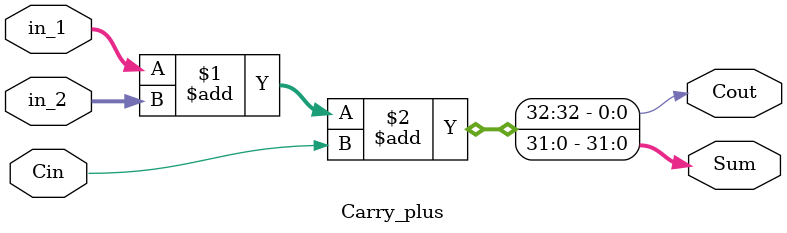
<source format=v>
module Carry_plus(in_1, in_2,Cin, Sum, Cout);
    input [31:0] in_1, in_2;	
    input Cin;
    output wire Cout;
    output wire [31:0] Sum;
    assign {Cout, Sum} = in_1 + in_2 + Cin;
endmodule
</source>
